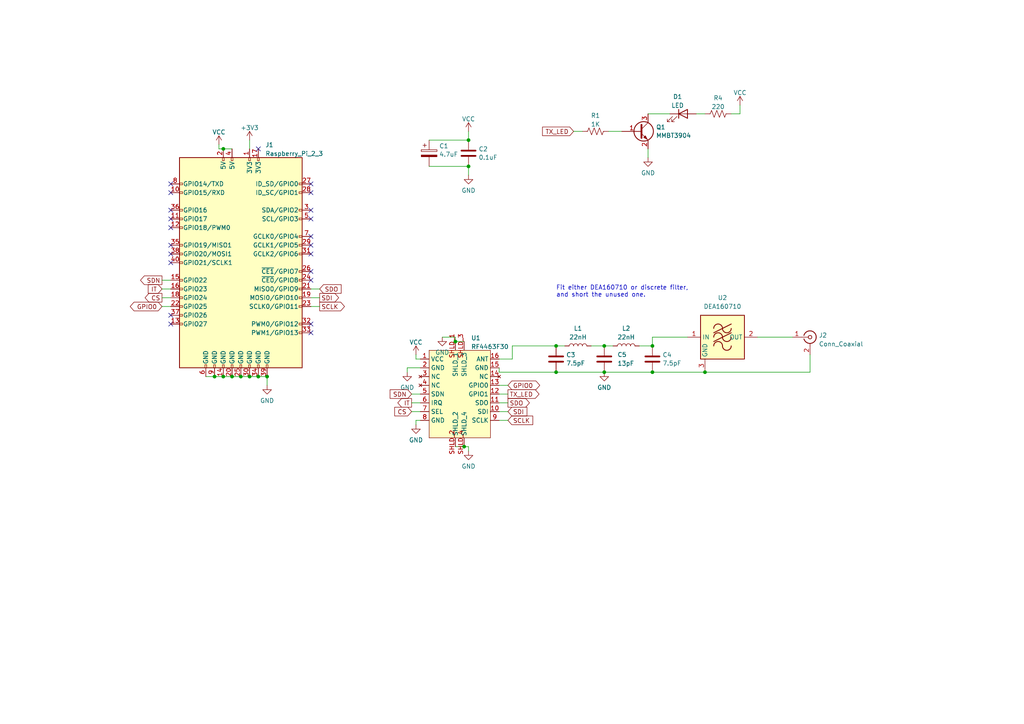
<source format=kicad_sch>
(kicad_sch (version 20230121) (generator eeschema)
  (paper "A4")
  (title_block (date "2023-12-22") (comment 1 "LPF added by HB9EGM"))
  (lib_symbols
    (symbol "Connector:Conn_Coaxial" (pin_names (offset 1.016) hide)
      (property "Reference" "J" (at 0.254 3.048 0))
      (property "Value" "Conn_Coaxial" (at 2.921 0 90))
      (symbol "Conn_Coaxial_0_1"
        (arc (start -1.778 -0.508) (mid 0.2311 -1.8066) (end 1.778 0) (stroke (width 0.254)))
        (polyline (pts (xy -2.54 0) (xy -0.508 0)))
        (polyline (pts (xy 0 -2.54) (xy 0 -1.778)))
        (circle (center 0 0) (radius 0.508) (stroke (width 0.2032)))
        (arc (start 1.778 0) (mid 0.2099 1.8101) (end -1.778 0.508) (stroke (width 0.254)))
      )
      (symbol "Conn_Coaxial_1_1"
        (pin passive line (at -5.08 0 0) (length 2.54) (name "In") (number "1"))
        (pin passive line (at 0 -5.08 90) (length 2.54) (name "Ext") (number "2"))
      )
    )
    (symbol "Connector:Raspberry_Pi_2_3" (pin_names (offset 1.016))
      (property "Reference" "J" (at -17.78 31.75 0))
      (property "Value" "Raspberry_Pi_2_3" (at 10.16 -31.75 0))
      (symbol "Raspberry_Pi_2_3_0_1"
        (rectangle (start -17.78 30.48) (end 17.78 -30.48) (stroke (width 0.254)) (fill (type background)))
      )
      (symbol "Raspberry_Pi_2_3_1_1"
        (rectangle (start -16.891 -17.526) (end -17.78 -18.034))
        (rectangle (start -16.891 -14.986) (end -17.78 -15.494))
        (rectangle (start -16.891 -12.446) (end -17.78 -12.954))
        (rectangle (start -16.891 -9.906) (end -17.78 -10.414))
        (rectangle (start -16.891 -7.366) (end -17.78 -7.874))
        (rectangle (start -16.891 -4.826) (end -17.78 -5.334))
        (rectangle (start -16.891 0.254) (end -17.78 -0.254))
        (rectangle (start -16.891 2.794) (end -17.78 2.286))
        (rectangle (start -16.891 5.334) (end -17.78 4.826))
        (rectangle (start -16.891 10.414) (end -17.78 9.906))
        (rectangle (start -16.891 12.954) (end -17.78 12.446))
        (rectangle (start -16.891 15.494) (end -17.78 14.986))
        (rectangle (start -16.891 20.574) (end -17.78 20.066))
        (rectangle (start -16.891 23.114) (end -17.78 22.606))
        (rectangle (start -10.414 -29.591) (end -9.906 -30.48))
        (rectangle (start -7.874 -29.591) (end -7.366 -30.48))
        (rectangle (start -5.334 -29.591) (end -4.826 -30.48))
        (rectangle (start -5.334 30.48) (end -4.826 29.591))
        (rectangle (start -2.794 -29.591) (end -2.286 -30.48))
        (rectangle (start -2.794 30.48) (end -2.286 29.591))
        (rectangle (start -0.254 -29.591) (end 0.254 -30.48))
        (rectangle (start 2.286 -29.591) (end 2.794 -30.48))
        (rectangle (start 2.286 30.48) (end 2.794 29.591))
        (rectangle (start 4.826 -29.591) (end 5.334 -30.48))
        (rectangle (start 4.826 30.48) (end 5.334 29.591))
        (rectangle (start 7.366 -29.591) (end 7.874 -30.48))
        (rectangle (start 17.78 -20.066) (end 16.891 -20.574))
        (rectangle (start 17.78 -17.526) (end 16.891 -18.034))
        (rectangle (start 17.78 -12.446) (end 16.891 -12.954))
        (rectangle (start 17.78 -9.906) (end 16.891 -10.414))
        (rectangle (start 17.78 -7.366) (end 16.891 -7.874))
        (rectangle (start 17.78 -4.826) (end 16.891 -5.334))
        (rectangle (start 17.78 -2.286) (end 16.891 -2.794))
        (rectangle (start 17.78 2.794) (end 16.891 2.286))
        (rectangle (start 17.78 5.334) (end 16.891 4.826))
        (rectangle (start 17.78 7.874) (end 16.891 7.366))
        (rectangle (start 17.78 12.954) (end 16.891 12.446))
        (rectangle (start 17.78 15.494) (end 16.891 14.986))
        (rectangle (start 17.78 20.574) (end 16.891 20.066))
        (rectangle (start 17.78 23.114) (end 16.891 22.606))
        (pin power_in line (at 2.54 33.02 270) (length 2.54) (name "3V3") (number "1"))
        (pin bidirectional line (at -20.32 20.32 0) (length 2.54) (name "GPIO15/RXD") (number "10"))
        (pin bidirectional line (at -20.32 12.7 0) (length 2.54) (name "GPIO17") (number "11"))
        (pin bidirectional line (at -20.32 10.16 0) (length 2.54) (name "GPIO18/PWM0") (number "12"))
        (pin bidirectional line (at -20.32 -17.78 0) (length 2.54) (name "GPIO27") (number "13"))
        (pin power_in line (at -5.08 -33.02 90) (length 2.54) (name "GND") (number "14"))
        (pin bidirectional line (at -20.32 -5.08 0) (length 2.54) (name "GPIO22") (number "15"))
        (pin bidirectional line (at -20.32 -7.62 0) (length 2.54) (name "GPIO23") (number "16"))
        (pin power_in line (at 5.08 33.02 270) (length 2.54) (name "3V3") (number "17"))
        (pin bidirectional line (at -20.32 -10.16 0) (length 2.54) (name "GPIO24") (number "18"))
        (pin bidirectional line (at 20.32 -10.16 180) (length 2.54) (name "MOSI0/GPIO10") (number "19"))
        (pin power_in line (at -5.08 33.02 270) (length 2.54) (name "5V") (number "2"))
        (pin power_in line (at -2.54 -33.02 90) (length 2.54) (name "GND") (number "20"))
        (pin bidirectional line (at 20.32 -7.62 180) (length 2.54) (name "MISO0/GPIO9") (number "21"))
        (pin bidirectional line (at -20.32 -12.7 0) (length 2.54) (name "GPIO25") (number "22"))
        (pin bidirectional line (at 20.32 -12.7 180) (length 2.54) (name "SCLK0/GPIO11") (number "23"))
        (pin bidirectional line (at 20.32 -5.08 180) (length 2.54) (name "~{CE0}/GPIO8") (number "24"))
        (pin power_in line (at 0 -33.02 90) (length 2.54) (name "GND") (number "25"))
        (pin bidirectional line (at 20.32 -2.54 180) (length 2.54) (name "~{CE1}/GPIO7") (number "26"))
        (pin bidirectional line (at 20.32 22.86 180) (length 2.54) (name "ID_SD/GPIO0") (number "27"))
        (pin bidirectional line (at 20.32 20.32 180) (length 2.54) (name "ID_SC/GPIO1") (number "28"))
        (pin bidirectional line (at 20.32 5.08 180) (length 2.54) (name "GCLK1/GPIO5") (number "29"))
        (pin bidirectional line (at 20.32 15.24 180) (length 2.54) (name "SDA/GPIO2") (number "3"))
        (pin power_in line (at 2.54 -33.02 90) (length 2.54) (name "GND") (number "30"))
        (pin bidirectional line (at 20.32 2.54 180) (length 2.54) (name "GCLK2/GPIO6") (number "31"))
        (pin bidirectional line (at 20.32 -17.78 180) (length 2.54) (name "PWM0/GPIO12") (number "32"))
        (pin bidirectional line (at 20.32 -20.32 180) (length 2.54) (name "PWM1/GPIO13") (number "33"))
        (pin power_in line (at 5.08 -33.02 90) (length 2.54) (name "GND") (number "34"))
        (pin bidirectional line (at -20.32 5.08 0) (length 2.54) (name "GPIO19/MISO1") (number "35"))
        (pin bidirectional line (at -20.32 15.24 0) (length 2.54) (name "GPIO16") (number "36"))
        (pin bidirectional line (at -20.32 -15.24 0) (length 2.54) (name "GPIO26") (number "37"))
        (pin bidirectional line (at -20.32 2.54 0) (length 2.54) (name "GPIO20/MOSI1") (number "38"))
        (pin power_in line (at 7.62 -33.02 90) (length 2.54) (name "GND") (number "39"))
        (pin power_in line (at -2.54 33.02 270) (length 2.54) (name "5V") (number "4"))
        (pin bidirectional line (at -20.32 0 0) (length 2.54) (name "GPIO21/SCLK1") (number "40"))
        (pin bidirectional line (at 20.32 12.7 180) (length 2.54) (name "SCL/GPIO3") (number "5"))
        (pin power_in line (at -10.16 -33.02 90) (length 2.54) (name "GND") (number "6"))
        (pin bidirectional line (at 20.32 7.62 180) (length 2.54) (name "GCLK0/GPIO4") (number "7"))
        (pin bidirectional line (at -20.32 22.86 0) (length 2.54) (name "GPIO14/TXD") (number "8"))
        (pin power_in line (at -7.62 -33.02 90) (length 2.54) (name "GND") (number "9"))
      )
    )
    (symbol "Device:C" (pin_numbers hide) (pin_names (offset 0.254))
      (property "Reference" "C" (at 0.635 2.54 0))
      (property "Value" "C" (at 0.635 -2.54 0))
      (symbol "C_0_1"
        (polyline (pts (xy -2.032 -0.762) (xy 2.032 -0.762)) (stroke (width 0.508)))
        (polyline (pts (xy -2.032 0.762) (xy 2.032 0.762)) (stroke (width 0.508)))
      )
      (symbol "C_1_1"
        (pin passive line (at 0 3.81 270) (length 2.794) (name "~") (number "1"))
        (pin passive line (at 0 -3.81 90) (length 2.794) (name "~") (number "2"))
      )
    )
    (symbol "Device:C_Polarized" (pin_numbers hide) (pin_names (offset 0.254))
      (property "Reference" "C" (at 0.635 2.54 0))
      (property "Value" "C_Polarized" (at 0.635 -2.54 0))
      (symbol "C_Polarized_0_1"
        (rectangle (start -2.286 0.508) (end 2.286 1.016))
        (polyline (pts (xy -1.778 2.286) (xy -0.762 2.286)))
        (polyline (pts (xy -1.27 2.794) (xy -1.27 1.778)))
        (rectangle (start 2.286 -0.508) (end -2.286 -1.016) (fill (type outline)))
      )
      (symbol "C_Polarized_1_1"
        (pin passive line (at 0 3.81 270) (length 2.794) (name "~") (number "1"))
        (pin passive line (at 0 -3.81 90) (length 2.794) (name "~") (number "2"))
      )
    )
    (symbol "Device:L" (pin_numbers hide) (pin_names (offset 1.016) hide)
      (property "Reference" "L" (at -1.27 0 90))
      (property "Value" "L" (at 1.905 0 90))
      (symbol "L_0_1"
        (arc (start 0 -2.54) (mid 0.6323 -1.905) (end 0 -1.27))
        (arc (start 0 -1.27) (mid 0.6323 -0.635) (end 0 0))
        (arc (start 0 0) (mid 0.6323 0.635) (end 0 1.27))
        (arc (start 0 1.27) (mid 0.6323 1.905) (end 0 2.54))
      )
      (symbol "L_1_1"
        (pin passive line (at 0 3.81 270) (length 1.27) (name "1") (number "1"))
        (pin passive line (at 0 -3.81 90) (length 1.27) (name "2") (number "2"))
      )
    )
    (symbol "Device:LED" (pin_numbers hide) (pin_names (offset 1.016) hide)
      (property "Reference" "D" (at 0 2.54 0))
      (property "Value" "LED" (at 0 -2.54 0))
      (symbol "LED_0_1"
        (polyline (pts (xy -1.27 -1.27) (xy -1.27 1.27)) (stroke (width 0.254)))
        (polyline (pts (xy -1.27 0) (xy 1.27 0)))
        (polyline (pts (xy 1.27 -1.27) (xy 1.27 1.27) (xy -1.27 0) (xy 1.27 -1.27)) (stroke (width 0.254)))
        (polyline (pts (xy -3.048 -0.762) (xy -4.572 -2.286) (xy -3.81 -2.286) (xy -4.572 -2.286) (xy -4.572 -1.524)))
        (polyline (pts (xy -1.778 -0.762) (xy -3.302 -2.286) (xy -2.54 -2.286) (xy -3.302 -2.286) (xy -3.302 -1.524)))
      )
      (symbol "LED_1_1"
        (pin passive line (at -3.81 0 0) (length 2.54) (name "K") (number "1"))
        (pin passive line (at 3.81 0 180) (length 2.54) (name "A") (number "2"))
      )
    )
    (symbol "Device:R_US" (pin_numbers hide) (pin_names (offset 0))
      (property "Reference" "R" (at 2.54 0 90))
      (property "Value" "R_US" (at -2.54 0 90))
      (symbol "R_US_0_1"
        (polyline (pts (xy 0 -2.286) (xy 0 -2.54)))
        (polyline (pts (xy 0 2.286) (xy 0 2.54)))
        (polyline (pts (xy 0 -0.762) (xy 1.016 -1.143) (xy 0 -1.524) (xy -1.016 -1.905) (xy 0 -2.286)))
        (polyline (pts (xy 0 0.762) (xy 1.016 0.381) (xy 0 0) (xy -1.016 -0.381) (xy 0 -0.762)))
        (polyline (pts (xy 0 2.286) (xy 1.016 1.905) (xy 0 1.524) (xy -1.016 1.143) (xy 0 0.762)))
      )
      (symbol "R_US_1_1"
        (pin passive line (at 0 3.81 270) (length 1.27) (name "~") (number "1"))
        (pin passive line (at 0 -3.81 90) (length 1.27) (name "~") (number "2"))
      )
    )
    (symbol "Transistor_BJT:MMBT3904" (pin_names (offset 0) hide)
      (property "Reference" "Q" (at 5.08 1.905 0))
      (property "Value" "MMBT3904" (at 5.08 0 0))
      (symbol "MMBT3904_0_1"
        (polyline (pts (xy 0.635 0.635) (xy 2.54 2.54)))
        (polyline (pts (xy 0.635 -0.635) (xy 2.54 -2.54) (xy 2.54 -2.54)))
        (polyline (pts (xy 0.635 1.905) (xy 0.635 -1.905) (xy 0.635 -1.905)) (stroke (width 0.508)))
        (polyline (pts (xy 1.27 -1.778) (xy 1.778 -1.27) (xy 2.286 -2.286) (xy 1.27 -1.778) (xy 1.27 -1.778)) (fill (type outline)))
        (circle (center 1.27 0) (radius 2.8194) (stroke (width 0.254)))
      )
      (symbol "MMBT3904_1_1"
        (pin input line (at -5.08 0 0) (length 5.715) (name "B") (number "1"))
        (pin passive line (at 2.54 -5.08 90) (length 2.54) (name "E") (number "2"))
        (pin passive line (at 2.54 5.08 270) (length 2.54) (name "C") (number "3"))
      )
    )
    (symbol "pi-transceiver:DEA160710"
      (property "Reference" "U" (at 0 10.16 0))
      (property "Value" "DEA160710" (at 0 7.62 0))
      (symbol "DEA160710_0_1"
        (rectangle (start -6.35 6.35) (end 6.35 -6.35) (stroke (width 0.254)) (fill (type background)))
        (arc (start 0 -2.54) (mid -1.27 -1.2755) (end -2.54 -2.54) (stroke (width 0.254)))
        (arc (start 0 -2.54) (mid 1.27 -3.8045) (end 2.54 -2.54) (stroke (width 0.254)))
        (arc (start 0 0) (mid -1.27 1.2645) (end -2.54 0) (stroke (width 0.254)))
        (polyline (pts (xy -2.54 -1.27) (xy 2.54 1.27)) (stroke (width 0.254)))
        (polyline (pts (xy -2.54 1.27) (xy 2.54 3.81)) (stroke (width 0.254)))
        (arc (start 0 0) (mid 1.27 -1.2645) (end 2.54 0) (stroke (width 0.254)))
        (arc (start 0 2.54) (mid -1.27 3.8045) (end -2.54 2.54) (stroke (width 0.254)))
        (arc (start 0 2.54) (mid 1.27 1.2755) (end 2.54 2.54) (stroke (width 0.254)))
      )
      (symbol "DEA160710_1_1"
        (pin input line (at -10.16 0 0) (length 3.81) (name "IN") (number "1"))
        (pin output line (at 10.16 0 180) (length 3.81) (name "OUT") (number "2"))
        (pin power_in line (at -5.08 -10.16 90) (length 3.81) (name "GND") (number "3"))
      )
    )
    (symbol "power:+3V3" (power) (pin_names (offset 0))
      (property "Value" "+3V3" (at 0 3.556 0))
      (symbol "+3V3_0_1"
        (polyline (pts (xy -0.762 1.27) (xy 0 2.54)))
        (polyline (pts (xy 0 0) (xy 0 2.54)))
        (polyline (pts (xy 0 2.54) (xy 0.762 1.27)))
      )
      (symbol "+3V3_1_1"
        (pin power_in line (at 0 0 90) (length 0) hide (name "+3V3") (number "1"))
      )
    )
    (symbol "power:GND" (power) (pin_names (offset 0))
      (property "Value" "GND" (at 0 -3.81 0))
      (symbol "GND_0_1"
        (polyline (pts (xy 0 0) (xy 0 -1.27) (xy 1.27 -1.27) (xy 0 -2.54) (xy -1.27 -1.27) (xy 0 -1.27)))
      )
      (symbol "GND_1_1"
        (pin power_in line (at 0 0 270) (length 0) hide (name "GND") (number "1"))
      )
    )
    (symbol "power:VCC" (power) (pin_names (offset 0))
      (property "Value" "VCC" (at 0 3.81 0))
      (symbol "VCC_0_1"
        (polyline (pts (xy -0.762 1.27) (xy 0 2.54)))
        (polyline (pts (xy 0 0) (xy 0 2.54)))
        (polyline (pts (xy 0 2.54) (xy 0.762 1.27)))
      )
      (symbol "VCC_1_1"
        (pin power_in line (at 0 0 90) (length 0) hide (name "VCC") (number "1"))
      )
    )
    (symbol "scd31:RF4463F30"
      (property "Reference" "U" (at -6.35 16.51 0))
      (property "Value" "RF4463F30" (at 10.16 16.51 0))
      (symbol "RF4463F30_0_1"
        (rectangle (start -7.62 15.24) (end 10.16 -10.16) (fill (type background)))
      )
      (symbol "RF4463F30_1_1"
        (pin power_in line (at -10.16 12.7 0) (length 2.54) (name "VCC") (number "1"))
        (pin input line (at 12.7 -2.54 180) (length 2.54) (name "SDI") (number "10"))
        (pin output line (at 12.7 0 180) (length 2.54) (name "SDO") (number "11"))
        (pin bidirectional line (at 12.7 2.54 180) (length 2.54) (name "GPIO1") (number "12"))
        (pin bidirectional line (at 12.7 5.08 180) (length 2.54) (name "GPIO0") (number "13"))
        (pin no_connect line (at 12.7 7.62 180) (length 2.54) (name "NC") (number "14"))
        (pin power_in line (at 12.7 10.16 180) (length 2.54) (name "GND") (number "15"))
        (pin output line (at 12.7 12.7 180) (length 2.54) (name "ANT") (number "16"))
        (pin power_in line (at -10.16 10.16 0) (length 2.54) (name "GND") (number "2"))
        (pin no_connect line (at -10.16 7.62 0) (length 2.54) (name "NC") (number "3"))
        (pin no_connect line (at -10.16 5.08 0) (length 2.54) (name "NC") (number "4"))
        (pin input line (at -10.16 2.54 0) (length 2.54) (name "SDN") (number "5"))
        (pin output line (at -10.16 0 0) (length 2.54) (name "IRQ") (number "6"))
        (pin input line (at -10.16 -2.54 0) (length 2.54) (name "SEL") (number "7"))
        (pin power_in line (at -10.16 -5.08 0) (length 2.54) (name "GND") (number "8"))
        (pin input line (at 12.7 -5.08 180) (length 2.54) (name "SCLK") (number "9"))
        (pin power_in line (at 0 17.78 270) (length 2.54) (name "SHLD_1") (number "SHLD_1"))
        (pin power_in line (at 0 -12.7 90) (length 2.54) (name "SHLD_2") (number "SHLD_2"))
        (pin power_in line (at 2.54 17.78 270) (length 2.54) (name "SHLD_3") (number "SHLD_3"))
        (pin power_in line (at 2.54 -12.7 90) (length 2.54) (name "SHLD_4") (number "SHLD_4"))
      )
    )
  )
  (junction (at 175.26 100.33))
  (junction (at 204.47 107.95))
  (junction (at 161.29 107.95))
  (junction (at 189.23 107.95))
  (junction (at 69.85 109.22))
  (junction (at 161.29 100.33))
  (junction (at 135.89 48.26))
  (junction (at 74.93 109.22))
  (junction (at 134.62 129.54))
  (junction (at 189.23 100.33))
  (junction (at 67.31 109.22))
  (junction (at 132.08 99.06))
  (junction (at 175.26 107.95))
  (junction (at 72.39 109.22))
  (junction (at 64.77 109.22))
  (junction (at 62.23 109.22))
  (junction (at 64.77 43.18))
  (junction (at 135.89 40.64))
  (junction (at 77.47 109.22))
  (no_connect (at 49.53 71.12))
  (no_connect (at 90.17 96.52))
  (no_connect (at 90.17 60.96))
  (no_connect (at 90.17 53.34))
  (no_connect (at 49.53 91.44))
  (no_connect (at 90.17 78.74))
  (no_connect (at 49.53 76.2))
  (no_connect (at 90.17 81.28))
  (no_connect (at 90.17 93.98))
  (no_connect (at 49.53 55.88))
  (no_connect (at 90.17 73.66))
  (no_connect (at 90.17 71.12))
  (no_connect (at 49.53 53.34))
  (no_connect (at 49.53 60.96))
  (no_connect (at 49.53 63.5))
  (no_connect (at 90.17 68.58))
  (no_connect (at 49.53 66.04))
  (no_connect (at 49.53 73.66))
  (no_connect (at 49.53 93.98))
  (no_connect (at 90.17 63.5))
  (no_connect (at 74.93 43.18))
  (no_connect (at 90.17 55.88))
  (wire (pts (xy 59.69 109.22) (xy 62.23 109.22)))
  (wire (pts (xy 46.99 81.28) (xy 49.53 81.28)))
  (wire (pts (xy 219.71 97.79) (xy 229.87 97.79)))
  (wire (pts (xy 90.17 86.36) (xy 92.71 86.36)))
  (wire (pts (xy 77.47 109.22) (xy 77.47 111.76)))
  (wire (pts (xy 175.26 107.95) (xy 189.23 107.95)))
  (wire (pts (xy 201.93 33.02) (xy 204.47 33.02)))
  (wire (pts (xy 118.11 106.68) (xy 118.11 107.95)))
  (wire (pts (xy 132.08 129.54) (xy 134.62 129.54)))
  (wire (pts (xy 234.95 107.95) (xy 234.95 102.87)))
  (wire (pts (xy 144.78 104.14) (xy 148.59 104.14)))
  (wire (pts (xy 124.46 40.64) (xy 135.89 40.64)))
  (wire (pts (xy 64.77 43.18) (xy 63.5 43.18)))
  (wire (pts (xy 119.38 119.38) (xy 121.92 119.38)))
  (wire (pts (xy 132.08 99.06) (xy 134.62 99.06)))
  (wire (pts (xy 124.46 48.26) (xy 135.89 48.26)))
  (wire (pts (xy 64.77 109.22) (xy 67.31 109.22)))
  (wire (pts (xy 187.96 43.18) (xy 187.96 45.72)))
  (wire (pts (xy 212.09 33.02) (xy 214.63 33.02)))
  (wire (pts (xy 120.65 104.14) (xy 120.65 102.87)))
  (wire (pts (xy 144.78 107.95) (xy 144.78 106.68)))
  (wire (pts (xy 144.78 121.92) (xy 147.32 121.92)))
  (wire (pts (xy 46.99 86.36) (xy 49.53 86.36)))
  (wire (pts (xy 166.37 38.1) (xy 168.91 38.1)))
  (wire (pts (xy 69.85 109.22) (xy 72.39 109.22)))
  (wire (pts (xy 120.65 121.92) (xy 120.65 123.19)))
  (wire (pts (xy 62.23 109.22) (xy 64.77 109.22)))
  (wire (pts (xy 144.78 111.76) (xy 147.32 111.76)))
  (wire (pts (xy 144.78 107.95) (xy 161.29 107.95)))
  (wire (pts (xy 144.78 119.38) (xy 147.32 119.38)))
  (wire (pts (xy 135.89 129.54) (xy 135.89 130.81)))
  (wire (pts (xy 46.99 88.9) (xy 49.53 88.9)))
  (wire (pts (xy 171.45 100.33) (xy 175.26 100.33)))
  (wire (pts (xy 90.17 88.9) (xy 92.71 88.9)))
  (wire (pts (xy 134.62 129.54) (xy 135.89 129.54)))
  (wire (pts (xy 119.38 114.3) (xy 121.92 114.3)))
  (wire (pts (xy 175.26 100.33) (xy 177.8 100.33)))
  (wire (pts (xy 148.59 100.33) (xy 161.29 100.33)))
  (wire (pts (xy 161.29 107.95) (xy 175.26 107.95)))
  (wire (pts (xy 132.08 97.79) (xy 128.27 97.79)))
  (wire (pts (xy 67.31 109.22) (xy 69.85 109.22)))
  (wire (pts (xy 144.78 114.3) (xy 147.32 114.3)))
  (wire (pts (xy 63.5 41.91) (xy 63.5 43.18)))
  (wire (pts (xy 90.17 83.82) (xy 92.71 83.82)))
  (wire (pts (xy 121.92 121.92) (xy 120.65 121.92)))
  (wire (pts (xy 121.92 104.14) (xy 120.65 104.14)))
  (wire (pts (xy 148.59 104.14) (xy 148.59 100.33)))
  (wire (pts (xy 119.38 116.84) (xy 121.92 116.84)))
  (wire (pts (xy 135.89 38.1) (xy 135.89 40.64)))
  (wire (pts (xy 74.93 109.22) (xy 77.47 109.22)))
  (wire (pts (xy 189.23 100.33) (xy 189.23 97.79)))
  (wire (pts (xy 214.63 30.48) (xy 214.63 33.02)))
  (wire (pts (xy 67.31 43.18) (xy 64.77 43.18)))
  (wire (pts (xy 144.78 116.84) (xy 147.32 116.84)))
  (wire (pts (xy 204.47 107.95) (xy 234.95 107.95)))
  (wire (pts (xy 135.89 48.26) (xy 135.89 50.8)))
  (wire (pts (xy 72.39 109.22) (xy 74.93 109.22)))
  (wire (pts (xy 46.99 83.82) (xy 49.53 83.82)))
  (wire (pts (xy 121.92 106.68) (xy 118.11 106.68)))
  (wire (pts (xy 72.39 43.18) (xy 72.39 40.64)))
  (wire (pts (xy 189.23 107.95) (xy 204.47 107.95)))
  (wire (pts (xy 132.08 99.06) (xy 132.08 97.79)))
  (wire (pts (xy 185.42 100.33) (xy 189.23 100.33)))
  (wire (pts (xy 187.96 33.02) (xy 194.31 33.02)))
  (wire (pts (xy 189.23 97.79) (xy 199.39 97.79)))
  (wire (pts (xy 176.53 38.1) (xy 180.34 38.1)))
  (wire (pts (xy 161.29 100.33) (xy 163.83 100.33)))
  (text "Fit either DEA160710 or discrete filter,\nand short the unused one." (at 161.29 86.36 0) (effects (font (size 1.27 1.27)) (justify left bottom)))
  (global_label "SDO" (shape output) (at 147.32 116.84 0) (property "Intersheetrefs" "${INTERSHEET_REFS}" (effects hide)))
  (global_label "CS" (shape input) (at 119.38 119.38 180) (property "Intersheetrefs" "${INTERSHEET_REFS}" (effects hide)))
  (global_label "SDO" (shape input) (at 92.71 83.82 0) (property "Intersheetrefs" "${INTERSHEET_REFS}" (effects hide)))
  (global_label "GPIO0" (shape bidirectional) (at 147.32 111.76 0) (property "Intersheetrefs" "${INTERSHEET_REFS}" (effects hide)))
  (global_label "TX_LED" (shape input) (at 166.37 38.1 180) (property "Intersheetrefs" "${INTERSHEET_REFS}" (effects hide)))
  (global_label "SDN" (shape input) (at 119.38 114.3 180) (property "Intersheetrefs" "${INTERSHEET_REFS}" (effects hide)))
  (global_label "IT" (shape output) (at 119.38 116.84 180) (property "Intersheetrefs" "${INTERSHEET_REFS}" (effects hide)))
  (global_label "SDN" (shape output) (at 46.99 81.28 180) (property "Intersheetrefs" "${INTERSHEET_REFS}" (effects hide)))
  (global_label "IT" (shape input) (at 46.99 83.82 180) (property "Intersheetrefs" "${INTERSHEET_REFS}" (effects hide)))
  (global_label "SDI" (shape output) (at 92.71 86.36 0) (property "Intersheetrefs" "${INTERSHEET_REFS}" (effects hide)))
  (global_label "SDI" (shape input) (at 147.32 119.38 0) (property "Intersheetrefs" "${INTERSHEET_REFS}" (effects hide)))
  (global_label "SCLK" (shape input) (at 147.32 121.92 0) (property "Intersheetrefs" "${INTERSHEET_REFS}" (effects hide)))
  (global_label "GPIO0" (shape bidirectional) (at 46.99 88.9 180) (property "Intersheetrefs" "${INTERSHEET_REFS}" (effects hide)))
  (global_label "TX_LED" (shape output) (at 147.32 114.3 0) (property "Intersheetrefs" "${INTERSHEET_REFS}" (effects hide)))
  (global_label "CS" (shape output) (at 46.99 86.36 180) (property "Intersheetrefs" "${INTERSHEET_REFS}" (effects hide)))
  (global_label "SCLK" (shape output) (at 92.71 88.9 0) (property "Intersheetrefs" "${INTERSHEET_REFS}" (effects hide)))
  (symbol (lib_id "Device:R_US") (at 208.28 33.02 90) (unit 1)
    (property "Reference" "R4" (at 208.28 28.4312 90))
    (property "Value" "220" (at 208.28 30.9681 90))
    (property "Footprint" "Resistor_SMD:R_0603_1608Metric" (effects hide))
  )
  (symbol (lib_id "Connector:Raspberry_Pi_2_3") (at 69.85 76.2 0) (unit 1)
    (property "Reference" "J1" (at 76.9494 42.0202 0) (effects (justify left)))
    (property "Value" "Raspberry_Pi_2_3" (at 76.9494 44.5571 0) (effects (justify left)))
    (property "Footprint" "Module:Raspberry_Pi_Zero_Socketed_THT_FaceDown_MountingHoles" (effects hide))
    (property "Datasheet" "https://www.raspberrypi.org/documentation/hardware/raspberrypi/schematics/rpi_SCH_3bplus_1p0_reduced.pdf" (effects hide))
  )
  (symbol (lib_id "pi-transceiver:DEA160710") (at 209.55 97.79 0) (unit 1)
    (property "Reference" "U2" (at 209.55 86.36 0))
    (property "Value" "DEA160710" (at 209.55 88.9 0))
    (property "Footprint" "pi-transceiver:DEA160710LT_HandSolder" (effects hide))
  )
  (symbol (lib_id "power:GND") (at 187.96 45.72 0) (unit 1)
    (property "Reference" "#PWR0101" (effects hide))
    (property "Value" "GND" (at 187.96 50.1634 0))
  )
  (symbol (lib_id "Device:C") (at 175.26 104.14 0) (unit 1)
    (property "Reference" "C5" (at 179.07 102.87 0) (effects (justify left)))
    (property "Value" "13pF" (at 179.07 105.41 0) (effects (justify left)))
    (property "Footprint" "Capacitor_SMD:C_0603_1608Metric" (effects hide))
  )
  (symbol (lib_id "power:VCC") (at 63.5 41.91 0) (unit 1)
    (property "Reference" "#PWR0105" (effects hide))
    (property "Value" "VCC" (at 63.5 38.3342 0))
  )
  (symbol (lib_id "power:VCC") (at 214.63 30.48 0) (unit 1)
    (property "Reference" "#PWR0102" (effects hide))
    (property "Value" "VCC" (at 214.63 26.9042 0))
  )
  (symbol (lib_id "scd31:RF4463F30") (at 132.08 116.84 0) (unit 1)
    (property "Reference" "U1" (at 136.6394 98.0272 0) (effects (justify left)))
    (property "Value" "RF4463F30" (at 136.6394 100.5641 0) (effects (justify left)))
    (property "Footprint" "npr70:RF4463F30" (effects hide))
  )
  (symbol (lib_id "Device:C") (at 189.23 104.14 0) (unit 1)
    (property "Reference" "C4" (at 192.151 102.9279 0) (effects (justify left)))
    (property "Value" "7.5pF" (at 192.151 105.3521 0) (effects (justify left)))
    (property "Footprint" "Capacitor_SMD:C_0603_1608Metric" (effects hide))
  )
  (symbol (lib_id "Device:C") (at 161.29 104.14 0) (unit 1)
    (property "Reference" "C3" (at 164.211 102.9279 0) (effects (justify left)))
    (property "Value" "7.5pF" (at 164.211 105.3521 0) (effects (justify left)))
    (property "Footprint" "Capacitor_SMD:C_0603_1608Metric" (effects hide))
  )
  (symbol (lib_id "power:GND") (at 175.26 107.95 0) (unit 1)
    (property "Reference" "#PWR01" (effects hide))
    (property "Value" "GND" (at 175.26 112.3934 0))
  )
  (symbol (lib_id "Device:LED") (at 198.12 33.02 0) (unit 1)
    (property "Reference" "D1" (at 196.5325 28.0502 0))
    (property "Value" "LED" (at 196.5325 30.5871 0))
    (property "Footprint" "LED_SMD:LED_0603_1608Metric" (effects hide))
  )
  (symbol (lib_id "power:GND") (at 118.11 107.95 0) (unit 1)
    (property "Reference" "#PWR0110" (effects hide))
    (property "Value" "GND" (at 118.11 112.3934 0))
  )
  (symbol (lib_id "power:GND") (at 120.65 123.19 0) (unit 1)
    (property "Reference" "#PWR0109" (effects hide))
    (property "Value" "GND" (at 120.65 127.6334 0))
  )
  (symbol (lib_id "power:GND") (at 135.89 130.81 0) (unit 1)
    (property "Reference" "#PWR0107" (effects hide))
    (property "Value" "GND" (at 135.89 135.2534 0))
  )
  (symbol (lib_id "power:GND") (at 128.27 97.79 0) (unit 1)
    (property "Reference" "#PWR0108" (effects hide))
    (property "Value" "GND" (at 128.27 102.2334 0))
  )
  (symbol (lib_id "power:+3V3") (at 72.39 40.64 0) (unit 1)
    (property "Reference" "#PWR0106" (effects hide))
    (property "Value" "+3V3" (at 72.39 37.0642 0))
  )
  (symbol (lib_id "Device:C_Polarized") (at 124.46 44.45 0) (unit 1)
    (property "Reference" "C1" (at 127.381 42.3489 0) (effects (justify left)))
    (property "Value" "4.7uF" (at 127.381 44.7731 0) (effects (justify left)))
    (property "Footprint" "Capacitor_SMD:C_0603_1608Metric" (effects hide))
  )
  (symbol (lib_id "Device:C") (at 135.89 44.45 0) (unit 1)
    (property "Reference" "C2" (at 138.811 43.2379 0) (effects (justify left)))
    (property "Value" "0.1uF" (at 138.811 45.6621 0) (effects (justify left)))
    (property "Footprint" "Capacitor_SMD:C_0603_1608Metric" (effects hide))
  )
  (symbol (lib_id "Device:L") (at 167.64 100.33 90) (unit 1)
    (property "Reference" "L1" (at 167.64 95.25 90))
    (property "Value" "22nH" (at 167.64 97.79 90))
    (property "Footprint" "Inductor_SMD:L_1008_2520Metric_Pad1.43x2.20mm_HandSolder" (effects hide))
    (property "MPN" "LQW2UAS22Nx0CL" (effects hide))
  )
  (symbol (lib_id "Transistor_BJT:MMBT3904") (at 185.42 38.1 0) (unit 1)
    (property "Reference" "Q1" (at 190.2714 36.8879 0) (effects (justify left)))
    (property "Value" "MMBT3904" (at 190.2714 39.3121 0) (effects (justify left)))
    (property "Footprint" "Package_TO_SOT_SMD:SOT-23" (effects hide))
    (property "Datasheet" "https://www.onsemi.com/pdf/datasheet/pzt3904-d.pdf" (effects hide))
  )
  (symbol (lib_id "power:VCC") (at 135.89 38.1 0) (unit 1)
    (property "Reference" "#PWR0113" (effects hide))
    (property "Value" "VCC" (at 135.89 34.5242 0))
  )
  (symbol (lib_id "Device:L") (at 181.61 100.33 90) (unit 1)
    (property "Reference" "L2" (at 181.61 95.25 90))
    (property "Value" "22nH" (at 181.61 97.79 90))
    (property "Footprint" "Inductor_SMD:L_1008_2520Metric_Pad1.43x2.20mm_HandSolder" (effects hide))
    (property "MPN" "LQW2UAS22Nx0CL" (effects hide))
  )
  (symbol (lib_id "Connector:Conn_Coaxial") (at 234.95 97.79 0) (unit 1)
    (property "Reference" "J2" (at 237.49 97.2485 0) (effects (justify left)))
    (property "Value" "Conn_Coaxial" (at 237.49 99.7854 0) (effects (justify left)))
    (property "Footprint" "Connector_Coaxial:SMA_Amphenol_132289_EdgeMount" (effects hide))
    (property "Datasheet" " ~" (effects hide))
  )
  (symbol (lib_id "power:VCC") (at 120.65 102.87 0) (unit 1)
    (property "Reference" "#PWR0111" (effects hide))
    (property "Value" "VCC" (at 120.65 99.2942 0))
  )
  (symbol (lib_id "power:GND") (at 135.89 50.8 0) (unit 1)
    (property "Reference" "#PWR0112" (effects hide))
    (property "Value" "GND" (at 135.89 55.2434 0))
  )
  (symbol (lib_id "power:GND") (at 77.47 111.76 0) (unit 1)
    (property "Reference" "#PWR0104" (effects hide))
    (property "Value" "GND" (at 77.47 116.2034 0))
  )
  (symbol (lib_id "Device:R_US") (at 172.72 38.1 90) (unit 1)
    (property "Reference" "R1" (at 172.72 33.5112 90))
    (property "Value" "1K" (at 172.72 36.0481 90))
    (property "Footprint" "Resistor_SMD:R_0603_1608Metric" (effects hide))
  )
)
</source>
